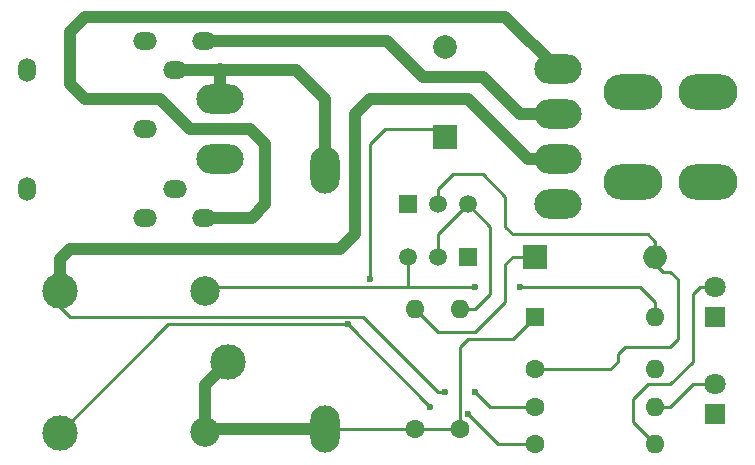
<source format=gtl>
G04 #@! TF.FileFunction,Copper,L1,Top,Signal*
%FSLAX46Y46*%
G04 Gerber Fmt 4.6, Leading zero omitted, Abs format (unit mm)*
G04 Created by KiCad (PCBNEW 4.0.7) date 11/08/18 15:41:14*
%MOMM*%
%LPD*%
G01*
G04 APERTURE LIST*
%ADD10C,0.100000*%
%ADD11R,1.600000X1.600000*%
%ADD12O,1.600000X1.600000*%
%ADD13R,1.800000X1.800000*%
%ADD14C,1.800000*%
%ADD15O,2.500000X4.000000*%
%ADD16C,2.500000*%
%ADD17C,3.000000*%
%ADD18C,1.600000*%
%ADD19C,1.520000*%
%ADD20R,1.520000X1.520000*%
%ADD21R,2.000000X2.000000*%
%ADD22O,2.000000X2.000000*%
%ADD23C,2.000000*%
%ADD24O,4.000000X2.500000*%
%ADD25O,5.000000X3.000000*%
%ADD26O,2.000000X1.524000*%
%ADD27O,1.524000X2.000000*%
%ADD28C,0.600000*%
%ADD29C,0.250000*%
%ADD30C,1.000000*%
G04 APERTURE END LIST*
D10*
D11*
X107950000Y-93345000D03*
D12*
X118110000Y-93345000D03*
D13*
X123190000Y-101600000D03*
D14*
X123190000Y-99060000D03*
D13*
X123190000Y-93345000D03*
D14*
X123190000Y-90805000D03*
D15*
X90170000Y-80870000D03*
X90170000Y-102870000D03*
D16*
X79965000Y-91105000D03*
D17*
X67765000Y-91105000D03*
X67715000Y-103155000D03*
D16*
X79965000Y-103105000D03*
D17*
X81915000Y-97155000D03*
D18*
X97790000Y-102870000D03*
D12*
X97790000Y-92710000D03*
D18*
X107950000Y-97790000D03*
D12*
X118110000Y-97790000D03*
D18*
X101600000Y-102870000D03*
D12*
X101600000Y-92710000D03*
D18*
X107950000Y-100965000D03*
D12*
X118110000Y-100965000D03*
D18*
X107950000Y-104140000D03*
D12*
X118110000Y-104140000D03*
D19*
X99695000Y-83820000D03*
X102235000Y-83820000D03*
D20*
X97155000Y-83820000D03*
D19*
X99695000Y-88265000D03*
X97155000Y-88265000D03*
D20*
X102235000Y-88265000D03*
D21*
X107950000Y-88265000D03*
D22*
X118110000Y-88265000D03*
D21*
X100330000Y-78105000D03*
D23*
X100330000Y-70505000D03*
D24*
X109855000Y-72390000D03*
X109855000Y-76200000D03*
X109855000Y-80010000D03*
X109855000Y-83820000D03*
D25*
X116205000Y-74295000D03*
X116205000Y-81915000D03*
X122555000Y-74295000D03*
X122555000Y-81915000D03*
D24*
X81280000Y-80010000D03*
X81280000Y-74930000D03*
D26*
X77430000Y-72470000D03*
X77430000Y-82470000D03*
X74930000Y-69970000D03*
X74930000Y-84970000D03*
D27*
X64930000Y-72470000D03*
X64930000Y-82470000D03*
D26*
X74930000Y-77470000D03*
X79930000Y-84970000D03*
X79930000Y-69970000D03*
D28*
X106680000Y-90805000D03*
X102870000Y-90805000D03*
X100330000Y-99695000D03*
X102870000Y-99695000D03*
X92075000Y-93980000D03*
X93980000Y-90170000D03*
X99060000Y-100965000D03*
X102235000Y-101600000D03*
D29*
X97790000Y-92710000D02*
X99060000Y-93980000D01*
X106045000Y-88265000D02*
X107950000Y-88265000D01*
X105410000Y-88900000D02*
X106045000Y-88265000D01*
X105410000Y-92075000D02*
X105410000Y-88900000D01*
X102870000Y-94615000D02*
X105410000Y-92075000D01*
X99695000Y-94615000D02*
X102870000Y-94615000D01*
X99060000Y-93980000D02*
X99695000Y-94615000D01*
X118110000Y-88265000D02*
X118110000Y-88900000D01*
X118110000Y-88900000D02*
X118745000Y-89535000D01*
X119380000Y-89535000D02*
X120015000Y-90170000D01*
X118745000Y-89535000D02*
X119380000Y-89535000D01*
X99695000Y-83820000D02*
X99695000Y-82550000D01*
X118110000Y-86995000D02*
X118110000Y-88265000D01*
X117475000Y-86360000D02*
X118110000Y-86995000D01*
X106045000Y-86360000D02*
X117475000Y-86360000D01*
X105410000Y-85725000D02*
X106045000Y-86360000D01*
X105410000Y-83185000D02*
X105410000Y-85725000D01*
X103505000Y-81280000D02*
X105410000Y-83185000D01*
X100965000Y-81280000D02*
X103505000Y-81280000D01*
X99695000Y-82550000D02*
X100965000Y-81280000D01*
X116840000Y-95885000D02*
X115570000Y-95885000D01*
X114935000Y-97155000D02*
X114300000Y-97790000D01*
X114935000Y-96520000D02*
X114935000Y-97155000D01*
X115570000Y-95885000D02*
X114935000Y-96520000D01*
X120015000Y-94615000D02*
X120015000Y-95250000D01*
X119380000Y-95885000D02*
X118745000Y-95885000D01*
X120015000Y-95250000D02*
X119380000Y-95885000D01*
X107950000Y-97790000D02*
X114300000Y-97790000D01*
X120015000Y-94615000D02*
X120015000Y-90170000D01*
X116840000Y-95885000D02*
X118745000Y-95885000D01*
X101600000Y-102870000D02*
X101600000Y-95885000D01*
X101600000Y-95885000D02*
X102235000Y-95250000D01*
X97790000Y-102870000D02*
X101600000Y-102870000D01*
X102235000Y-95250000D02*
X106045000Y-95250000D01*
X107950000Y-93345000D02*
X106045000Y-95250000D01*
X97790000Y-102870000D02*
X90170000Y-102870000D01*
D30*
X79965000Y-103105000D02*
X79965000Y-99105000D01*
X79965000Y-99105000D02*
X81915000Y-97155000D01*
X90170000Y-102870000D02*
X80200000Y-102870000D01*
D29*
X80200000Y-102870000D02*
X79965000Y-103105000D01*
X97155000Y-88265000D02*
X97155000Y-90805000D01*
X80265000Y-90805000D02*
X97155000Y-90805000D01*
X97155000Y-90805000D02*
X102870000Y-90805000D01*
X106680000Y-90805000D02*
X116840000Y-90805000D01*
X116840000Y-90805000D02*
X118110000Y-92075000D01*
X118110000Y-92075000D02*
X118110000Y-93345000D01*
X80265000Y-90805000D02*
X79965000Y-91105000D01*
X118110000Y-100965000D02*
X119380000Y-100965000D01*
X121285000Y-99060000D02*
X123190000Y-99060000D01*
X119380000Y-100965000D02*
X121285000Y-99060000D01*
X123190000Y-90805000D02*
X121920000Y-90805000D01*
X116205000Y-102235000D02*
X118110000Y-104140000D01*
X116205000Y-100330000D02*
X116205000Y-102235000D01*
X117475000Y-99060000D02*
X116205000Y-100330000D01*
X119380000Y-99060000D02*
X117475000Y-99060000D01*
X121285000Y-97155000D02*
X119380000Y-99060000D01*
X121285000Y-91440000D02*
X121285000Y-97155000D01*
X121920000Y-90805000D02*
X121285000Y-91440000D01*
X99695000Y-88265000D02*
X99695000Y-86360000D01*
X99695000Y-86360000D02*
X102235000Y-83820000D01*
X101600000Y-92710000D02*
X102870000Y-92710000D01*
X102870000Y-92710000D02*
X104140000Y-91440000D01*
X104140000Y-91440000D02*
X104140000Y-85725000D01*
X104140000Y-85725000D02*
X102235000Y-83820000D01*
D30*
X81280000Y-74930000D02*
X81280000Y-72470000D01*
X81280000Y-72470000D02*
X81280000Y-72390000D01*
X81280000Y-72390000D02*
X81280000Y-72470000D01*
X77430000Y-72470000D02*
X81280000Y-72470000D01*
X81280000Y-72470000D02*
X87710000Y-72470000D01*
X90170000Y-74930000D02*
X90170000Y-80870000D01*
X87710000Y-72470000D02*
X90170000Y-74930000D01*
X109855000Y-80010000D02*
X107315000Y-80010000D01*
X102235000Y-74930000D02*
X93980000Y-74930000D01*
X107315000Y-80010000D02*
X102235000Y-74930000D01*
D29*
X93345000Y-93345000D02*
X99695000Y-99695000D01*
X99695000Y-99695000D02*
X100330000Y-99695000D01*
X104140000Y-100965000D02*
X102870000Y-99695000D01*
X68580000Y-93345000D02*
X92710000Y-93345000D01*
X107950000Y-100965000D02*
X104140000Y-100965000D01*
X68580000Y-93345000D02*
X67765000Y-92530000D01*
X93345000Y-93345000D02*
X92710000Y-93345000D01*
D30*
X93980000Y-74930000D02*
X92710000Y-76200000D01*
X68580000Y-87630000D02*
X91440000Y-87630000D01*
X91440000Y-87630000D02*
X92710000Y-86360000D01*
X67765000Y-88445000D02*
X67765000Y-91105000D01*
X67765000Y-88445000D02*
X68580000Y-87630000D01*
X92710000Y-76200000D02*
X92710000Y-86360000D01*
D29*
X67765000Y-91105000D02*
X67765000Y-92530000D01*
D30*
X79930000Y-84970000D02*
X83940000Y-84970000D01*
X105410000Y-67945000D02*
X109855000Y-72390000D01*
X69850000Y-67945000D02*
X94615000Y-67945000D01*
X69850000Y-67945000D02*
X68580000Y-69215000D01*
X68580000Y-69215000D02*
X68580000Y-71120000D01*
X68580000Y-71120000D02*
X68580000Y-73660000D01*
X94615000Y-67945000D02*
X105410000Y-67945000D01*
X85090000Y-81915000D02*
X85090000Y-78740000D01*
X85090000Y-78740000D02*
X83820000Y-77470000D01*
X83820000Y-77470000D02*
X78740000Y-77470000D01*
X78740000Y-77470000D02*
X76200000Y-74930000D01*
X76200000Y-74930000D02*
X69850000Y-74930000D01*
X69850000Y-74930000D02*
X68580000Y-73660000D01*
X85090000Y-83820000D02*
X85090000Y-81915000D01*
X83940000Y-84970000D02*
X85090000Y-83820000D01*
X98425000Y-73025000D02*
X103505000Y-73025000D01*
X103505000Y-73025000D02*
X104775000Y-74295000D01*
X93980000Y-69970000D02*
X95370000Y-69970000D01*
X95370000Y-69970000D02*
X98425000Y-73025000D01*
X92710000Y-69970000D02*
X92830000Y-69970000D01*
X79930000Y-69970000D02*
X92710000Y-69970000D01*
X92830000Y-69970000D02*
X93980000Y-69970000D01*
X106680000Y-76200000D02*
X109855000Y-76200000D01*
X104775000Y-74295000D02*
X106680000Y-76200000D01*
D29*
X67715000Y-103155000D02*
X76890000Y-93980000D01*
X95250000Y-77470000D02*
X93980000Y-78740000D01*
X93980000Y-78740000D02*
X93980000Y-87630000D01*
X99695000Y-77470000D02*
X95250000Y-77470000D01*
X93980000Y-90170000D02*
X93980000Y-87630000D01*
X99060000Y-100965000D02*
X92075000Y-93980000D01*
X92075000Y-93980000D02*
X76890000Y-93980000D01*
X106045000Y-104140000D02*
X107950000Y-104140000D01*
X104775000Y-104140000D02*
X106045000Y-104140000D01*
X102235000Y-101600000D02*
X104775000Y-104140000D01*
M02*

</source>
